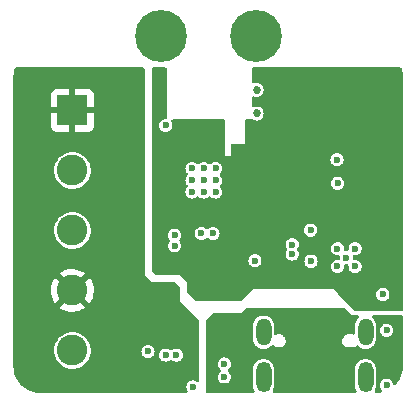
<source format=gbr>
%TF.GenerationSoftware,KiCad,Pcbnew,(6.0.0-0)*%
%TF.CreationDate,2022-12-06T19:34:54+01:00*%
%TF.ProjectId,esp32-led,65737033-322d-46c6-9564-2e6b69636164,rev?*%
%TF.SameCoordinates,Original*%
%TF.FileFunction,Copper,L3,Inr*%
%TF.FilePolarity,Positive*%
%FSLAX46Y46*%
G04 Gerber Fmt 4.6, Leading zero omitted, Abs format (unit mm)*
G04 Created by KiCad (PCBNEW (6.0.0-0)) date 2022-12-06 19:34:54*
%MOMM*%
%LPD*%
G01*
G04 APERTURE LIST*
%TA.AperFunction,ComponentPad*%
%ADD10R,2.600000X2.600000*%
%TD*%
%TA.AperFunction,ComponentPad*%
%ADD11C,2.600000*%
%TD*%
%TA.AperFunction,ComponentPad*%
%ADD12C,0.600000*%
%TD*%
%TA.AperFunction,ComponentPad*%
%ADD13C,4.400000*%
%TD*%
%TA.AperFunction,ComponentPad*%
%ADD14O,1.300000X2.300000*%
%TD*%
%TA.AperFunction,ComponentPad*%
%ADD15O,1.300000X2.600000*%
%TD*%
%TA.AperFunction,ViaPad*%
%ADD16C,0.600000*%
%TD*%
%TA.AperFunction,ViaPad*%
%ADD17C,0.685800*%
%TD*%
%TA.AperFunction,ViaPad*%
%ADD18C,0.889000*%
%TD*%
G04 APERTURE END LIST*
D10*
%TO.N,+5V*%
%TO.C,J2*%
X10795000Y25360000D03*
D11*
%TO.N,GPIO26*%
X10795000Y20280000D03*
%TO.N,GND*%
X10795000Y15200000D03*
%TO.N,+5V*%
X10795000Y10120000D03*
%TO.N,GND*%
X10795000Y5040000D03*
%TD*%
D12*
%TO.N,GND*%
%TO.C,U1*%
X34730000Y13650000D03*
X33980000Y12900000D03*
X33230000Y13650000D03*
X33230000Y12150000D03*
X34730000Y12150000D03*
%TD*%
D13*
%TO.N,GND*%
%TO.C,H1*%
X18300000Y31700000D03*
%TD*%
D14*
%TO.N,GND*%
%TO.C,J1*%
X35620000Y6575000D03*
D15*
X35620000Y2750000D03*
X26980000Y2750000D03*
D14*
X26980000Y6575000D03*
%TD*%
D12*
%TO.N,GND*%
%TO.C,IC1*%
X21925000Y18450000D03*
X20925000Y20450000D03*
X21925000Y19450000D03*
X22925000Y19450000D03*
X21925000Y20450000D03*
X22925000Y20450000D03*
X20925000Y19450000D03*
X20925000Y18450000D03*
X22925000Y18450000D03*
%TD*%
D13*
%TO.N,GND*%
%TO.C,H2*%
X26300000Y31700000D03*
%TD*%
D16*
%TO.N,GND*%
X37400000Y2100000D03*
X19450000Y14800000D03*
X23650000Y3900000D03*
X19450000Y13900000D03*
X37400000Y6750000D03*
X29400000Y13200000D03*
X23650000Y2800000D03*
D17*
X26390000Y27100000D03*
D16*
X29400000Y14000000D03*
X17200000Y4950000D03*
X26250000Y12650000D03*
D17*
X26390000Y25100000D03*
D16*
X37080000Y9800000D03*
%TO.N,EN*%
X18700000Y4650000D03*
X18700000Y24100000D03*
%TO.N,+3V3*%
X25550000Y20325000D03*
X26800000Y15400000D03*
X23050000Y24100000D03*
X37180000Y14950000D03*
X25700000Y15400000D03*
X22250000Y24100000D03*
X24400000Y15850000D03*
X37980000Y11680000D03*
X27900000Y15400000D03*
X17900000Y19000000D03*
X25550000Y21400000D03*
X33200000Y23200000D03*
X25560000Y19275000D03*
X35280000Y8900000D03*
%TO.N,SCL*%
X33250000Y19200000D03*
X21700000Y14950000D03*
%TO.N,SDA*%
X22700000Y14950000D03*
X33200000Y21200000D03*
D18*
%TO.N,+5V*%
X19225000Y7275000D03*
X19225000Y6200000D03*
%TO.N,/5V to 3.3V Power/VBUS*%
X24350000Y7250000D03*
X24350000Y6175000D03*
X33650000Y8000000D03*
X25800000Y8200000D03*
D16*
%TO.N,/USB to UART /RTS*%
X19600000Y4650000D03*
X30975000Y15225000D03*
%TO.N,/USB to UART /DTR*%
X31000000Y12600000D03*
X21000000Y1950000D03*
%TD*%
%TA.AperFunction,Conductor*%
%TO.N,/5V to 3.3V Power/VBUS*%
G36*
X33915931Y8579998D02*
G01*
X33936905Y8563095D01*
X34500000Y8000000D01*
X34966538Y8000000D01*
X35034659Y7979998D01*
X35081152Y7926342D01*
X35091256Y7856068D01*
X35061762Y7791488D01*
X35040603Y7772067D01*
X35011438Y7750877D01*
X34884214Y7609580D01*
X34789147Y7444920D01*
X34730392Y7264092D01*
X34729702Y7257531D01*
X34729702Y7257529D01*
X34726738Y7229328D01*
X34715500Y7122401D01*
X34715500Y6510882D01*
X34695498Y6442761D01*
X34641842Y6396268D01*
X34571568Y6386164D01*
X34554347Y6389885D01*
X34547693Y6391818D01*
X34506765Y6403709D01*
X34495993Y6404500D01*
X34136943Y6404500D01*
X34132697Y6403918D01*
X34132691Y6403918D01*
X34053946Y6393131D01*
X34024482Y6389095D01*
X34016598Y6385683D01*
X34016597Y6385683D01*
X33892936Y6332169D01*
X33885054Y6328758D01*
X33878381Y6323354D01*
X33773661Y6238555D01*
X33773659Y6238553D01*
X33766987Y6233150D01*
X33762013Y6226151D01*
X33762012Y6226150D01*
X33750373Y6209772D01*
X33678980Y6109313D01*
X33627518Y5966371D01*
X33616391Y5814855D01*
X33646420Y5665929D01*
X33650320Y5658275D01*
X33711492Y5538217D01*
X33711494Y5538214D01*
X33715392Y5530564D01*
X33721205Y5524243D01*
X33721206Y5524241D01*
X33778910Y5461489D01*
X33818226Y5418734D01*
X33825521Y5414211D01*
X33825522Y5414210D01*
X33940044Y5343203D01*
X33947344Y5338677D01*
X34093235Y5296291D01*
X34104007Y5295500D01*
X34463057Y5295500D01*
X34467303Y5296082D01*
X34467309Y5296082D01*
X34546054Y5306869D01*
X34575518Y5310905D01*
X34634158Y5336281D01*
X34707064Y5367831D01*
X34707065Y5367831D01*
X34714946Y5371242D01*
X34808011Y5446604D01*
X34873539Y5473929D01*
X34943437Y5461489D01*
X34980939Y5432995D01*
X35011438Y5399123D01*
X35042375Y5376646D01*
X35150440Y5298132D01*
X35165259Y5287365D01*
X35171287Y5284681D01*
X35171289Y5284680D01*
X35332924Y5212716D01*
X35338955Y5210031D01*
X35431944Y5190266D01*
X35518476Y5171872D01*
X35518480Y5171872D01*
X35524933Y5170500D01*
X35715067Y5170500D01*
X35721520Y5171872D01*
X35721524Y5171872D01*
X35808056Y5190266D01*
X35901045Y5210031D01*
X35907076Y5212716D01*
X36068711Y5284680D01*
X36068713Y5284681D01*
X36074741Y5287365D01*
X36089561Y5298132D01*
X36197625Y5376646D01*
X36228562Y5399123D01*
X36251909Y5425052D01*
X36351367Y5535512D01*
X36351368Y5535513D01*
X36355786Y5540420D01*
X36450853Y5705080D01*
X36509608Y5885908D01*
X36524500Y6027599D01*
X36524500Y6750000D01*
X36840715Y6750000D01*
X36859772Y6605246D01*
X36915645Y6470358D01*
X36920672Y6463807D01*
X36977106Y6390261D01*
X37004526Y6354526D01*
X37011076Y6349500D01*
X37011079Y6349497D01*
X37099999Y6281266D01*
X37120357Y6265645D01*
X37255246Y6209772D01*
X37400000Y6190715D01*
X37408188Y6191793D01*
X37536566Y6208694D01*
X37544754Y6209772D01*
X37679643Y6265645D01*
X37700001Y6281266D01*
X37788921Y6349497D01*
X37788924Y6349500D01*
X37795474Y6354526D01*
X37822895Y6390261D01*
X37879328Y6463807D01*
X37884355Y6470358D01*
X37940228Y6605246D01*
X37959285Y6750000D01*
X37940228Y6894754D01*
X37884355Y7029642D01*
X37813179Y7122401D01*
X37800501Y7138923D01*
X37800500Y7138924D01*
X37795474Y7145474D01*
X37788924Y7150500D01*
X37788921Y7150503D01*
X37686196Y7229327D01*
X37686194Y7229328D01*
X37679643Y7234355D01*
X37544754Y7290228D01*
X37400000Y7309285D01*
X37391812Y7308207D01*
X37263432Y7291306D01*
X37263430Y7291305D01*
X37255246Y7290228D01*
X37207430Y7270422D01*
X37127986Y7237515D01*
X37127984Y7237514D01*
X37120358Y7234355D01*
X37004526Y7145474D01*
X36915645Y7029642D01*
X36859772Y6894754D01*
X36840715Y6750000D01*
X36524500Y6750000D01*
X36524500Y7122401D01*
X36513262Y7229328D01*
X36510298Y7257529D01*
X36510298Y7257531D01*
X36509608Y7264092D01*
X36450853Y7444920D01*
X36355786Y7609580D01*
X36228562Y7750877D01*
X36199399Y7772065D01*
X36156047Y7828287D01*
X36149972Y7899023D01*
X36183104Y7961815D01*
X36244924Y7996726D01*
X36273462Y8000000D01*
X38670000Y8000000D01*
X38738121Y7979998D01*
X38784614Y7926342D01*
X38796000Y7874000D01*
X38796000Y3737425D01*
X38793579Y3712847D01*
X38791024Y3700000D01*
X38793445Y3687830D01*
X38793445Y3675417D01*
X38793120Y3675417D01*
X38793858Y3664580D01*
X38784644Y3512265D01*
X38780084Y3436882D01*
X38778250Y3421778D01*
X38732109Y3169995D01*
X38728468Y3155222D01*
X38652313Y2910831D01*
X38646919Y2896608D01*
X38541864Y2663186D01*
X38534793Y2649713D01*
X38402364Y2430649D01*
X38393721Y2418127D01*
X38235851Y2216621D01*
X38225761Y2205233D01*
X38158711Y2138183D01*
X38096399Y2104157D01*
X38025584Y2109222D01*
X37968748Y2151769D01*
X37944694Y2210831D01*
X37943932Y2216621D01*
X37940228Y2244754D01*
X37884355Y2379642D01*
X37795474Y2495474D01*
X37788924Y2500500D01*
X37788921Y2500503D01*
X37686196Y2579327D01*
X37686194Y2579328D01*
X37679643Y2584355D01*
X37544754Y2640228D01*
X37400000Y2659285D01*
X37391812Y2658207D01*
X37263432Y2641306D01*
X37263430Y2641305D01*
X37255246Y2640228D01*
X37207430Y2620422D01*
X37127986Y2587515D01*
X37127984Y2587514D01*
X37120358Y2584355D01*
X37004526Y2495474D01*
X36915645Y2379642D01*
X36859772Y2244754D01*
X36840715Y2100000D01*
X36859772Y1955246D01*
X36915645Y1820358D01*
X36920672Y1813807D01*
X36984918Y1730080D01*
X37004526Y1704526D01*
X37006700Y1702858D01*
X37039501Y1642792D01*
X37034440Y1571977D01*
X36991895Y1515139D01*
X36939094Y1492068D01*
X36828222Y1471750D01*
X36813118Y1469916D01*
X36737735Y1465356D01*
X36585420Y1456142D01*
X36574583Y1456880D01*
X36574583Y1456555D01*
X36562170Y1456555D01*
X36550000Y1458976D01*
X36537153Y1456421D01*
X36512575Y1454000D01*
X36509696Y1454000D01*
X36441575Y1474002D01*
X36395082Y1527658D01*
X36384978Y1597932D01*
X36400577Y1643000D01*
X36447549Y1724357D01*
X36447550Y1724358D01*
X36450853Y1730080D01*
X36509608Y1910908D01*
X36524500Y2052599D01*
X36524500Y3447401D01*
X36509608Y3589092D01*
X36450853Y3769920D01*
X36355786Y3934580D01*
X36228562Y4075877D01*
X36130038Y4147459D01*
X36080083Y4183754D01*
X36080082Y4183755D01*
X36074741Y4187635D01*
X36068713Y4190319D01*
X36068711Y4190320D01*
X35907076Y4262284D01*
X35907075Y4262284D01*
X35901045Y4264969D01*
X35788351Y4288923D01*
X35721524Y4303128D01*
X35721520Y4303128D01*
X35715067Y4304500D01*
X35524933Y4304500D01*
X35518480Y4303128D01*
X35518476Y4303128D01*
X35451649Y4288923D01*
X35338955Y4264969D01*
X35332925Y4262284D01*
X35332924Y4262284D01*
X35171289Y4190320D01*
X35171287Y4190319D01*
X35165259Y4187635D01*
X35159918Y4183755D01*
X35159917Y4183754D01*
X35109962Y4147459D01*
X35011438Y4075877D01*
X34884214Y3934580D01*
X34789147Y3769920D01*
X34730392Y3589092D01*
X34715500Y3447401D01*
X34715500Y2052599D01*
X34730392Y1910908D01*
X34789147Y1730080D01*
X34792450Y1724358D01*
X34792451Y1724357D01*
X34839423Y1643000D01*
X34856161Y1574005D01*
X34832941Y1506913D01*
X34777134Y1463026D01*
X34730304Y1454000D01*
X27869696Y1454000D01*
X27801575Y1474002D01*
X27755082Y1527658D01*
X27744978Y1597932D01*
X27760577Y1643000D01*
X27807549Y1724357D01*
X27807550Y1724358D01*
X27810853Y1730080D01*
X27869608Y1910908D01*
X27884500Y2052599D01*
X27884500Y3447401D01*
X27869608Y3589092D01*
X27810853Y3769920D01*
X27715786Y3934580D01*
X27588562Y4075877D01*
X27490038Y4147459D01*
X27440083Y4183754D01*
X27440082Y4183755D01*
X27434741Y4187635D01*
X27428713Y4190319D01*
X27428711Y4190320D01*
X27267076Y4262284D01*
X27267075Y4262284D01*
X27261045Y4264969D01*
X27148351Y4288923D01*
X27081524Y4303128D01*
X27081520Y4303128D01*
X27075067Y4304500D01*
X26884933Y4304500D01*
X26878480Y4303128D01*
X26878476Y4303128D01*
X26811649Y4288923D01*
X26698955Y4264969D01*
X26692925Y4262284D01*
X26692924Y4262284D01*
X26531289Y4190320D01*
X26531287Y4190319D01*
X26525259Y4187635D01*
X26519918Y4183755D01*
X26519917Y4183754D01*
X26469962Y4147459D01*
X26371438Y4075877D01*
X26244214Y3934580D01*
X26149147Y3769920D01*
X26090392Y3589092D01*
X26075500Y3447401D01*
X26075500Y2052599D01*
X26090392Y1910908D01*
X26149147Y1730080D01*
X26152450Y1724358D01*
X26152451Y1724357D01*
X26199423Y1643000D01*
X26216161Y1574005D01*
X26192941Y1506913D01*
X26137134Y1463026D01*
X26090304Y1454000D01*
X22226000Y1454000D01*
X22157879Y1474002D01*
X22111386Y1527658D01*
X22100000Y1580000D01*
X22100000Y2800000D01*
X23090715Y2800000D01*
X23109772Y2655246D01*
X23112931Y2647620D01*
X23141219Y2579328D01*
X23165645Y2520358D01*
X23170672Y2513807D01*
X23244090Y2418127D01*
X23254526Y2404526D01*
X23261076Y2399500D01*
X23261079Y2399497D01*
X23363804Y2320673D01*
X23370357Y2315645D01*
X23505246Y2259772D01*
X23650000Y2240715D01*
X23658188Y2241793D01*
X23680680Y2244754D01*
X23794754Y2259772D01*
X23929643Y2315645D01*
X23936196Y2320673D01*
X24038921Y2399497D01*
X24038924Y2399500D01*
X24045474Y2404526D01*
X24055911Y2418127D01*
X24129328Y2513807D01*
X24134355Y2520358D01*
X24158782Y2579328D01*
X24187069Y2647620D01*
X24190228Y2655246D01*
X24209285Y2800000D01*
X24190228Y2944754D01*
X24134355Y3079642D01*
X24089914Y3137558D01*
X24050501Y3188923D01*
X24050500Y3188924D01*
X24045474Y3195474D01*
X23974364Y3250039D01*
X23932498Y3307376D01*
X23928276Y3378247D01*
X23963040Y3440149D01*
X23974365Y3449962D01*
X24038921Y3499498D01*
X24045474Y3504526D01*
X24134355Y3620358D01*
X24157162Y3675417D01*
X24187069Y3747620D01*
X24190228Y3755246D01*
X24191333Y3763635D01*
X24208207Y3891812D01*
X24209285Y3900000D01*
X24190228Y4044754D01*
X24134355Y4179642D01*
X24045474Y4295474D01*
X24038924Y4300500D01*
X24038921Y4300503D01*
X23936196Y4379327D01*
X23936194Y4379328D01*
X23929643Y4384355D01*
X23794754Y4440228D01*
X23650000Y4459285D01*
X23641812Y4458207D01*
X23513432Y4441306D01*
X23513430Y4441305D01*
X23505246Y4440228D01*
X23457430Y4420422D01*
X23377986Y4387515D01*
X23377984Y4387514D01*
X23370358Y4384355D01*
X23254526Y4295474D01*
X23165645Y4179642D01*
X23109772Y4044754D01*
X23090715Y3900000D01*
X23091793Y3891812D01*
X23108668Y3763635D01*
X23109772Y3755246D01*
X23112931Y3747620D01*
X23142839Y3675417D01*
X23165645Y3620358D01*
X23254526Y3504526D01*
X23324711Y3450671D01*
X23325635Y3449962D01*
X23367502Y3392624D01*
X23371723Y3321753D01*
X23336958Y3259850D01*
X23325635Y3250038D01*
X23254526Y3195474D01*
X23165645Y3079642D01*
X23109772Y2944754D01*
X23090715Y2800000D01*
X22100000Y2800000D01*
X22100000Y6027599D01*
X26075500Y6027599D01*
X26090392Y5885908D01*
X26149147Y5705080D01*
X26244214Y5540420D01*
X26248632Y5535513D01*
X26248633Y5535512D01*
X26348091Y5425052D01*
X26371438Y5399123D01*
X26402375Y5376646D01*
X26510440Y5298132D01*
X26525259Y5287365D01*
X26531287Y5284681D01*
X26531289Y5284680D01*
X26692924Y5212716D01*
X26698955Y5210031D01*
X26791944Y5190266D01*
X26878476Y5171872D01*
X26878480Y5171872D01*
X26884933Y5170500D01*
X27075067Y5170500D01*
X27081520Y5171872D01*
X27081524Y5171872D01*
X27168056Y5190266D01*
X27261045Y5210031D01*
X27267076Y5212716D01*
X27428711Y5284680D01*
X27428713Y5284681D01*
X27434741Y5287365D01*
X27449561Y5298132D01*
X27557625Y5376646D01*
X27588562Y5399123D01*
X27619060Y5432994D01*
X27680294Y5501002D01*
X27740740Y5538242D01*
X27811723Y5536890D01*
X27866677Y5501980D01*
X27943226Y5418734D01*
X27950521Y5414211D01*
X27950522Y5414210D01*
X28065044Y5343203D01*
X28072344Y5338677D01*
X28218235Y5296291D01*
X28229007Y5295500D01*
X28338057Y5295500D01*
X28342303Y5296082D01*
X28342309Y5296082D01*
X28421054Y5306869D01*
X28450518Y5310905D01*
X28509158Y5336281D01*
X28582064Y5367831D01*
X28582065Y5367831D01*
X28589946Y5371242D01*
X28637909Y5410081D01*
X28701339Y5461445D01*
X28701341Y5461447D01*
X28708013Y5466850D01*
X28764361Y5546138D01*
X28791044Y5583685D01*
X28791044Y5583686D01*
X28796020Y5590687D01*
X28847482Y5733629D01*
X28858609Y5885145D01*
X28828580Y6034071D01*
X28794361Y6101230D01*
X28763508Y6161783D01*
X28763506Y6161786D01*
X28759608Y6169436D01*
X28739050Y6191793D01*
X28662584Y6274948D01*
X28662583Y6274949D01*
X28656774Y6281266D01*
X28588894Y6323354D01*
X28534956Y6356797D01*
X28534955Y6356798D01*
X28527656Y6361323D01*
X28381765Y6403709D01*
X28370993Y6404500D01*
X28261943Y6404500D01*
X28257697Y6403918D01*
X28257691Y6403918D01*
X28178946Y6393131D01*
X28149482Y6389095D01*
X28060540Y6350606D01*
X27990080Y6341909D01*
X27926101Y6372686D01*
X27888919Y6433168D01*
X27884500Y6466243D01*
X27884500Y7122401D01*
X27873262Y7229328D01*
X27870298Y7257529D01*
X27870298Y7257531D01*
X27869608Y7264092D01*
X27810853Y7444920D01*
X27715786Y7609580D01*
X27588562Y7750877D01*
X27434741Y7862635D01*
X27428713Y7865319D01*
X27428711Y7865320D01*
X27267076Y7937284D01*
X27267075Y7937284D01*
X27261045Y7939969D01*
X27158268Y7961815D01*
X27081524Y7978128D01*
X27081520Y7978128D01*
X27075067Y7979500D01*
X26884933Y7979500D01*
X26878480Y7978128D01*
X26878476Y7978128D01*
X26801732Y7961815D01*
X26698955Y7939969D01*
X26692925Y7937284D01*
X26692924Y7937284D01*
X26531289Y7865320D01*
X26531287Y7865319D01*
X26525259Y7862635D01*
X26371438Y7750877D01*
X26244214Y7609580D01*
X26149147Y7444920D01*
X26090392Y7264092D01*
X26089702Y7257531D01*
X26089702Y7257529D01*
X26086738Y7229328D01*
X26075500Y7122401D01*
X26075500Y6027599D01*
X22100000Y6027599D01*
X22100000Y7547810D01*
X22120002Y7615931D01*
X22136905Y7636905D01*
X22663095Y8163095D01*
X22725407Y8197121D01*
X22752190Y8200000D01*
X25100000Y8200000D01*
X25463095Y8563095D01*
X25525407Y8597121D01*
X25552190Y8600000D01*
X33847810Y8600000D01*
X33915931Y8579998D01*
G37*
%TD.AperFunction*%
%TD*%
%TA.AperFunction,Conductor*%
%TO.N,+3V3*%
G36*
X18732121Y28979998D02*
G01*
X18778614Y28926342D01*
X18790000Y28874000D01*
X18790000Y24781633D01*
X18769998Y24713512D01*
X18716342Y24667019D01*
X18680446Y24656711D01*
X18563432Y24641306D01*
X18563430Y24641305D01*
X18555246Y24640228D01*
X18547619Y24637069D01*
X18547620Y24637069D01*
X18427986Y24587515D01*
X18427984Y24587514D01*
X18420358Y24584355D01*
X18304526Y24495474D01*
X18215645Y24379642D01*
X18159772Y24244754D01*
X18140715Y24100000D01*
X18159772Y23955246D01*
X18215645Y23820358D01*
X18304526Y23704526D01*
X18311076Y23699500D01*
X18311079Y23699497D01*
X18413804Y23620673D01*
X18420357Y23615645D01*
X18555246Y23559772D01*
X18700000Y23540715D01*
X18708188Y23541793D01*
X18836566Y23558694D01*
X18844754Y23559772D01*
X18979643Y23615645D01*
X18986196Y23620673D01*
X19088921Y23699497D01*
X19088924Y23699500D01*
X19095474Y23704526D01*
X19184355Y23820358D01*
X19240228Y23955246D01*
X19259285Y24100000D01*
X19240228Y24244754D01*
X19184355Y24379642D01*
X19170808Y24397297D01*
X19145209Y24463518D01*
X19159475Y24533067D01*
X19209076Y24583862D01*
X19270772Y24600000D01*
X23599221Y24600000D01*
X23667342Y24579998D01*
X23713835Y24526342D01*
X23723939Y24456068D01*
X23722844Y24450000D01*
X23720000Y24450000D01*
X23720000Y21490000D01*
X24220000Y21490000D01*
X24220000Y22424000D01*
X24240002Y22492121D01*
X24293658Y22538614D01*
X24346000Y22550000D01*
X25370000Y22550000D01*
X25370000Y24450000D01*
X25368057Y24450000D01*
X25368057Y24509498D01*
X25406441Y24569225D01*
X25471022Y24598718D01*
X25488953Y24600000D01*
X25990000Y24600000D01*
X25990000Y24600737D01*
X26045389Y24600737D01*
X26074282Y24586055D01*
X26075017Y24587329D01*
X26082170Y24583199D01*
X26088722Y24578172D01*
X26234047Y24517977D01*
X26390000Y24497445D01*
X26545953Y24517977D01*
X26691278Y24578172D01*
X26816071Y24673929D01*
X26911828Y24798723D01*
X26972023Y24944047D01*
X26992555Y25100000D01*
X26972023Y25255953D01*
X26911828Y25401277D01*
X26816071Y25526071D01*
X26691278Y25621828D01*
X26545953Y25682023D01*
X26390000Y25702555D01*
X26234047Y25682023D01*
X26226415Y25678862D01*
X26226416Y25678862D01*
X26164218Y25653099D01*
X26093628Y25645510D01*
X26030141Y25677289D01*
X25993914Y25738348D01*
X25990000Y25769508D01*
X25990000Y26430492D01*
X26010002Y26498613D01*
X26063658Y26545106D01*
X26133932Y26555210D01*
X26164217Y26546901D01*
X26234047Y26517977D01*
X26390000Y26497445D01*
X26545953Y26517977D01*
X26691278Y26578172D01*
X26816071Y26673929D01*
X26911828Y26798723D01*
X26972023Y26944047D01*
X26992555Y27100000D01*
X26972023Y27255953D01*
X26911828Y27401277D01*
X26816071Y27526071D01*
X26691278Y27621828D01*
X26545953Y27682023D01*
X26390000Y27702555D01*
X26234047Y27682023D01*
X26226415Y27678862D01*
X26226416Y27678862D01*
X26164218Y27653099D01*
X26093628Y27645510D01*
X26030141Y27677289D01*
X25993914Y27738348D01*
X25990000Y27769508D01*
X25990000Y28874000D01*
X26010002Y28942121D01*
X26063658Y28988614D01*
X26116000Y29000000D01*
X38563233Y29000000D01*
X38631354Y28979998D01*
X38677847Y28926342D01*
X38683518Y28911516D01*
X38728356Y28767751D01*
X38732002Y28752975D01*
X38778220Y28500982D01*
X38780057Y28485866D01*
X38793855Y28257945D01*
X38793118Y28247113D01*
X38793445Y28247113D01*
X38793445Y28234705D01*
X38791024Y28222533D01*
X38793445Y28210363D01*
X38793579Y28209689D01*
X38796000Y28185108D01*
X38796000Y8526000D01*
X38775998Y8457879D01*
X38722342Y8411386D01*
X38670000Y8400000D01*
X34752190Y8400000D01*
X34684069Y8420002D01*
X34663095Y8436905D01*
X33300000Y9800000D01*
X36520715Y9800000D01*
X36539772Y9655246D01*
X36595645Y9520358D01*
X36684526Y9404526D01*
X36691076Y9399500D01*
X36691079Y9399497D01*
X36793804Y9320673D01*
X36800357Y9315645D01*
X36935246Y9259772D01*
X37080000Y9240715D01*
X37088188Y9241793D01*
X37216566Y9258694D01*
X37224754Y9259772D01*
X37359643Y9315645D01*
X37366196Y9320673D01*
X37468921Y9399497D01*
X37468924Y9399500D01*
X37475474Y9404526D01*
X37564355Y9520358D01*
X37620228Y9655246D01*
X37639285Y9800000D01*
X37620228Y9944754D01*
X37564355Y10079642D01*
X37475474Y10195474D01*
X37468924Y10200500D01*
X37468921Y10200503D01*
X37366196Y10279327D01*
X37366194Y10279328D01*
X37359643Y10284355D01*
X37224754Y10340228D01*
X37080000Y10359285D01*
X37071812Y10358207D01*
X36943432Y10341306D01*
X36943430Y10341305D01*
X36935246Y10340228D01*
X36887430Y10320422D01*
X36807986Y10287515D01*
X36807984Y10287514D01*
X36800358Y10284355D01*
X36684526Y10195474D01*
X36595645Y10079642D01*
X36539772Y9944754D01*
X36520715Y9800000D01*
X33300000Y9800000D01*
X32900000Y10200000D01*
X26100000Y10200000D01*
X25136905Y9236905D01*
X25074593Y9202879D01*
X25047810Y9200000D01*
X21352190Y9200000D01*
X21284069Y9220002D01*
X21263095Y9236905D01*
X20536905Y9963095D01*
X20502879Y10025407D01*
X20500000Y10052190D01*
X20500000Y10800000D01*
X19900000Y11400000D01*
X17952190Y11400000D01*
X17884069Y11420002D01*
X17863095Y11436905D01*
X17536905Y11763095D01*
X17502879Y11825407D01*
X17500000Y11852190D01*
X17500000Y12650000D01*
X25690715Y12650000D01*
X25691937Y12640715D01*
X25705338Y12538928D01*
X25709772Y12505246D01*
X25712931Y12497620D01*
X25741089Y12429642D01*
X25765645Y12370358D01*
X25854526Y12254526D01*
X25861076Y12249500D01*
X25861079Y12249497D01*
X25963804Y12170673D01*
X25970357Y12165645D01*
X26105246Y12109772D01*
X26250000Y12090715D01*
X26258188Y12091793D01*
X26386566Y12108694D01*
X26394754Y12109772D01*
X26529643Y12165645D01*
X26536196Y12170673D01*
X26638921Y12249497D01*
X26638924Y12249500D01*
X26645474Y12254526D01*
X26734355Y12370358D01*
X26758912Y12429642D01*
X26787069Y12497620D01*
X26790228Y12505246D01*
X26794663Y12538928D01*
X26802703Y12600000D01*
X30440715Y12600000D01*
X30459772Y12455246D01*
X30462931Y12447620D01*
X30511620Y12330076D01*
X30515645Y12320358D01*
X30520672Y12313807D01*
X30591290Y12221776D01*
X30604526Y12204526D01*
X30611076Y12199500D01*
X30611079Y12199497D01*
X30713804Y12120673D01*
X30720357Y12115645D01*
X30855246Y12059772D01*
X31000000Y12040715D01*
X31008188Y12041793D01*
X31136566Y12058694D01*
X31144754Y12059772D01*
X31279643Y12115645D01*
X31286196Y12120673D01*
X31324416Y12150000D01*
X32670715Y12150000D01*
X32671793Y12141812D01*
X32684961Y12041793D01*
X32689772Y12005246D01*
X32745645Y11870358D01*
X32834526Y11754526D01*
X32841076Y11749500D01*
X32841079Y11749497D01*
X32943804Y11670673D01*
X32950357Y11665645D01*
X33085246Y11609772D01*
X33230000Y11590715D01*
X33238188Y11591793D01*
X33366566Y11608694D01*
X33374754Y11609772D01*
X33509643Y11665645D01*
X33516196Y11670673D01*
X33618921Y11749497D01*
X33618924Y11749500D01*
X33625474Y11754526D01*
X33714355Y11870358D01*
X33770228Y12005246D01*
X33775040Y12041793D01*
X33788207Y12141812D01*
X33789285Y12150000D01*
X33781803Y12206830D01*
X33792742Y12276977D01*
X33839870Y12330076D01*
X33908224Y12349266D01*
X33923163Y12348198D01*
X33980000Y12340715D01*
X34036830Y12348197D01*
X34106977Y12337258D01*
X34160076Y12290130D01*
X34179266Y12221776D01*
X34178198Y12206837D01*
X34170715Y12150000D01*
X34171793Y12141812D01*
X34184961Y12041793D01*
X34189772Y12005246D01*
X34245645Y11870358D01*
X34334526Y11754526D01*
X34341076Y11749500D01*
X34341079Y11749497D01*
X34443804Y11670673D01*
X34450357Y11665645D01*
X34585246Y11609772D01*
X34730000Y11590715D01*
X34738188Y11591793D01*
X34866566Y11608694D01*
X34874754Y11609772D01*
X35009643Y11665645D01*
X35016196Y11670673D01*
X35118921Y11749497D01*
X35118924Y11749500D01*
X35125474Y11754526D01*
X35214355Y11870358D01*
X35270228Y12005246D01*
X35275040Y12041793D01*
X35288207Y12141812D01*
X35289285Y12150000D01*
X35274662Y12261077D01*
X35271306Y12286568D01*
X35271305Y12286570D01*
X35270228Y12294754D01*
X35241625Y12363807D01*
X35217515Y12422014D01*
X35217514Y12422016D01*
X35214355Y12429642D01*
X35125474Y12545474D01*
X35118924Y12550500D01*
X35118921Y12550503D01*
X35016196Y12629327D01*
X35016194Y12629328D01*
X35009643Y12634355D01*
X34874754Y12690228D01*
X34730000Y12709285D01*
X34673170Y12701803D01*
X34603023Y12712742D01*
X34549924Y12759870D01*
X34530734Y12828224D01*
X34531802Y12843163D01*
X34539285Y12900000D01*
X34531803Y12956830D01*
X34542742Y13026977D01*
X34589870Y13080076D01*
X34658224Y13099266D01*
X34673163Y13098198D01*
X34730000Y13090715D01*
X34738188Y13091793D01*
X34866566Y13108694D01*
X34874754Y13109772D01*
X35009643Y13165645D01*
X35037562Y13187068D01*
X35118921Y13249497D01*
X35118924Y13249500D01*
X35125474Y13254526D01*
X35214355Y13370358D01*
X35235197Y13420673D01*
X35267069Y13497620D01*
X35270228Y13505246D01*
X35272569Y13523023D01*
X35288207Y13641812D01*
X35288207Y13641813D01*
X35289285Y13650000D01*
X35285769Y13676704D01*
X35271306Y13786568D01*
X35271305Y13786570D01*
X35270228Y13794754D01*
X35214355Y13929642D01*
X35125474Y14045474D01*
X35118924Y14050500D01*
X35118921Y14050503D01*
X35016196Y14129327D01*
X35016194Y14129328D01*
X35009643Y14134355D01*
X34874754Y14190228D01*
X34730000Y14209285D01*
X34721812Y14208207D01*
X34593432Y14191306D01*
X34593430Y14191305D01*
X34585246Y14190228D01*
X34541274Y14172014D01*
X34457986Y14137515D01*
X34457984Y14137514D01*
X34450358Y14134355D01*
X34334526Y14045474D01*
X34245645Y13929642D01*
X34189772Y13794754D01*
X34188695Y13786570D01*
X34188694Y13786568D01*
X34174231Y13676704D01*
X34170715Y13650000D01*
X34178197Y13593170D01*
X34167258Y13523023D01*
X34120130Y13469924D01*
X34051776Y13450734D01*
X34036837Y13451802D01*
X33980000Y13459285D01*
X33923170Y13451803D01*
X33853023Y13462742D01*
X33799924Y13509870D01*
X33780734Y13578224D01*
X33781802Y13593163D01*
X33789285Y13650000D01*
X33785769Y13676704D01*
X33771306Y13786568D01*
X33771305Y13786570D01*
X33770228Y13794754D01*
X33714355Y13929642D01*
X33625474Y14045474D01*
X33618924Y14050500D01*
X33618921Y14050503D01*
X33516196Y14129327D01*
X33516194Y14129328D01*
X33509643Y14134355D01*
X33374754Y14190228D01*
X33230000Y14209285D01*
X33221812Y14208207D01*
X33093432Y14191306D01*
X33093430Y14191305D01*
X33085246Y14190228D01*
X33041274Y14172014D01*
X32957986Y14137515D01*
X32957984Y14137514D01*
X32950358Y14134355D01*
X32834526Y14045474D01*
X32745645Y13929642D01*
X32689772Y13794754D01*
X32688695Y13786570D01*
X32688694Y13786568D01*
X32674231Y13676704D01*
X32670715Y13650000D01*
X32671793Y13641813D01*
X32671793Y13641812D01*
X32687432Y13523023D01*
X32689772Y13505246D01*
X32692931Y13497620D01*
X32724804Y13420673D01*
X32745645Y13370358D01*
X32834526Y13254526D01*
X32841076Y13249500D01*
X32841079Y13249497D01*
X32922438Y13187068D01*
X32950357Y13165645D01*
X33085246Y13109772D01*
X33230000Y13090715D01*
X33286830Y13098197D01*
X33356977Y13087258D01*
X33410076Y13040130D01*
X33429266Y12971776D01*
X33428198Y12956837D01*
X33420715Y12900000D01*
X33428197Y12843170D01*
X33417258Y12773023D01*
X33370130Y12719924D01*
X33301776Y12700734D01*
X33286837Y12701802D01*
X33230000Y12709285D01*
X33221812Y12708207D01*
X33093432Y12691306D01*
X33093430Y12691305D01*
X33085246Y12690228D01*
X33037430Y12670422D01*
X32957986Y12637515D01*
X32957984Y12637514D01*
X32950358Y12634355D01*
X32834526Y12545474D01*
X32745645Y12429642D01*
X32742486Y12422016D01*
X32742485Y12422014D01*
X32718375Y12363807D01*
X32689772Y12294754D01*
X32688695Y12286570D01*
X32688694Y12286568D01*
X32685338Y12261077D01*
X32670715Y12150000D01*
X31324416Y12150000D01*
X31388921Y12199497D01*
X31388924Y12199500D01*
X31395474Y12204526D01*
X31408711Y12221776D01*
X31479328Y12313807D01*
X31484355Y12320358D01*
X31488381Y12330076D01*
X31537069Y12447620D01*
X31540228Y12455246D01*
X31559285Y12600000D01*
X31553459Y12644253D01*
X31541306Y12736568D01*
X31541305Y12736570D01*
X31540228Y12744754D01*
X31519517Y12794754D01*
X31487515Y12872014D01*
X31487514Y12872016D01*
X31484355Y12879642D01*
X31395474Y12995474D01*
X31388924Y13000500D01*
X31388921Y13000503D01*
X31286196Y13079327D01*
X31286194Y13079328D01*
X31279643Y13084355D01*
X31144754Y13140228D01*
X31000000Y13159285D01*
X30991812Y13158207D01*
X30863432Y13141306D01*
X30863430Y13141305D01*
X30855246Y13140228D01*
X30828929Y13129327D01*
X30727986Y13087515D01*
X30727984Y13087514D01*
X30720358Y13084355D01*
X30604526Y12995474D01*
X30515645Y12879642D01*
X30512486Y12872016D01*
X30512485Y12872014D01*
X30480483Y12794754D01*
X30459772Y12744754D01*
X30458695Y12736570D01*
X30458694Y12736568D01*
X30446541Y12644253D01*
X30440715Y12600000D01*
X26802703Y12600000D01*
X26808063Y12640715D01*
X26809285Y12650000D01*
X26800643Y12715645D01*
X26791306Y12786568D01*
X26791305Y12786570D01*
X26790228Y12794754D01*
X26755066Y12879642D01*
X26737515Y12922014D01*
X26737514Y12922016D01*
X26734355Y12929642D01*
X26679986Y13000497D01*
X26650501Y13038923D01*
X26650500Y13038924D01*
X26645474Y13045474D01*
X26638924Y13050500D01*
X26638921Y13050503D01*
X26536196Y13129327D01*
X26536194Y13129328D01*
X26529643Y13134355D01*
X26394754Y13190228D01*
X26320527Y13200000D01*
X28840715Y13200000D01*
X28842417Y13187069D01*
X28856602Y13079327D01*
X28859772Y13055246D01*
X28862931Y13047620D01*
X28882448Y13000503D01*
X28915645Y12920358D01*
X29004526Y12804526D01*
X29011076Y12799500D01*
X29011079Y12799497D01*
X29113804Y12720673D01*
X29120357Y12715645D01*
X29255246Y12659772D01*
X29400000Y12640715D01*
X29408188Y12641793D01*
X29408333Y12641812D01*
X29544754Y12659772D01*
X29679643Y12715645D01*
X29686196Y12720673D01*
X29788921Y12799497D01*
X29788924Y12799500D01*
X29795474Y12804526D01*
X29884355Y12920358D01*
X29917553Y13000503D01*
X29937069Y13047620D01*
X29940228Y13055246D01*
X29943399Y13079327D01*
X29957583Y13187069D01*
X29959285Y13200000D01*
X29940228Y13344754D01*
X29896329Y13450734D01*
X29887515Y13472014D01*
X29887514Y13472016D01*
X29884355Y13479642D01*
X29879327Y13486195D01*
X29879325Y13486198D01*
X29850859Y13523296D01*
X29825258Y13589516D01*
X29839523Y13659065D01*
X29850859Y13676704D01*
X29879325Y13713802D01*
X29879327Y13713805D01*
X29884355Y13720358D01*
X29895648Y13747620D01*
X29937069Y13847620D01*
X29940228Y13855246D01*
X29959285Y14000000D01*
X29940228Y14144754D01*
X29884355Y14279642D01*
X29795474Y14395474D01*
X29788924Y14400500D01*
X29788921Y14400503D01*
X29686196Y14479327D01*
X29686194Y14479328D01*
X29679643Y14484355D01*
X29544754Y14540228D01*
X29400000Y14559285D01*
X29391812Y14558207D01*
X29263432Y14541306D01*
X29263430Y14541305D01*
X29255246Y14540228D01*
X29207430Y14520422D01*
X29127986Y14487515D01*
X29127984Y14487514D01*
X29120358Y14484355D01*
X29045226Y14426704D01*
X29023160Y14409772D01*
X29004526Y14395474D01*
X28915645Y14279642D01*
X28859772Y14144754D01*
X28840715Y14000000D01*
X28859772Y13855246D01*
X28862931Y13847620D01*
X28904353Y13747620D01*
X28915645Y13720358D01*
X28920673Y13713805D01*
X28920675Y13713802D01*
X28949141Y13676704D01*
X28974742Y13610484D01*
X28960477Y13540935D01*
X28949141Y13523296D01*
X28920675Y13486198D01*
X28920673Y13486195D01*
X28915645Y13479642D01*
X28912486Y13472016D01*
X28912485Y13472014D01*
X28903671Y13450734D01*
X28859772Y13344754D01*
X28840715Y13200000D01*
X26320527Y13200000D01*
X26250000Y13209285D01*
X26226255Y13206159D01*
X26113432Y13191306D01*
X26113430Y13191305D01*
X26105246Y13190228D01*
X26058037Y13170673D01*
X25977986Y13137515D01*
X25977984Y13137514D01*
X25970358Y13134355D01*
X25854526Y13045474D01*
X25765645Y12929642D01*
X25762486Y12922016D01*
X25762485Y12922014D01*
X25744934Y12879642D01*
X25709772Y12794754D01*
X25708695Y12786570D01*
X25708694Y12786568D01*
X25699357Y12715645D01*
X25690715Y12650000D01*
X17500000Y12650000D01*
X17500000Y13900000D01*
X18890715Y13900000D01*
X18909772Y13755246D01*
X18965645Y13620358D01*
X19054526Y13504526D01*
X19061076Y13499500D01*
X19061079Y13499497D01*
X19138320Y13440228D01*
X19170357Y13415645D01*
X19305246Y13359772D01*
X19450000Y13340715D01*
X19458188Y13341793D01*
X19480680Y13344754D01*
X19594754Y13359772D01*
X19729643Y13415645D01*
X19761680Y13440228D01*
X19838921Y13499497D01*
X19838924Y13499500D01*
X19845474Y13504526D01*
X19934355Y13620358D01*
X19990228Y13755246D01*
X20009285Y13900000D01*
X19990228Y14044754D01*
X19970422Y14092570D01*
X19937515Y14172014D01*
X19937514Y14172016D01*
X19934355Y14179642D01*
X19894754Y14231251D01*
X19862492Y14273296D01*
X19836892Y14339517D01*
X19851157Y14409065D01*
X19862492Y14426704D01*
X19929328Y14513807D01*
X19934355Y14520358D01*
X19951409Y14561528D01*
X19987069Y14647620D01*
X19990228Y14655246D01*
X19991607Y14665715D01*
X20008207Y14791812D01*
X20009285Y14800000D01*
X19990228Y14944754D01*
X19988055Y14950000D01*
X21140715Y14950000D01*
X21141793Y14941812D01*
X21157238Y14824497D01*
X21159772Y14805246D01*
X21162931Y14797620D01*
X21208366Y14687932D01*
X21215645Y14670358D01*
X21260085Y14612442D01*
X21295017Y14566919D01*
X21304526Y14554526D01*
X21311076Y14549500D01*
X21311079Y14549497D01*
X21402525Y14479328D01*
X21420357Y14465645D01*
X21555246Y14409772D01*
X21700000Y14390715D01*
X21708188Y14391793D01*
X21736149Y14395474D01*
X21844754Y14409772D01*
X21979643Y14465645D01*
X21997475Y14479328D01*
X22088921Y14549497D01*
X22088924Y14549500D01*
X22095474Y14554526D01*
X22100501Y14561077D01*
X22106343Y14566919D01*
X22107408Y14565854D01*
X22157372Y14602339D01*
X22228243Y14606563D01*
X22290147Y14571801D01*
X22299049Y14561528D01*
X22299497Y14561080D01*
X22304526Y14554526D01*
X22311076Y14549500D01*
X22311079Y14549497D01*
X22402525Y14479328D01*
X22420357Y14465645D01*
X22555246Y14409772D01*
X22700000Y14390715D01*
X22708188Y14391793D01*
X22736149Y14395474D01*
X22844754Y14409772D01*
X22979643Y14465645D01*
X22997475Y14479328D01*
X23088921Y14549497D01*
X23088924Y14549500D01*
X23095474Y14554526D01*
X23104984Y14566919D01*
X23139914Y14612442D01*
X23184355Y14670358D01*
X23191635Y14687932D01*
X23237069Y14797620D01*
X23240228Y14805246D01*
X23242763Y14824497D01*
X23258207Y14941812D01*
X23259285Y14950000D01*
X23240228Y15094754D01*
X23201222Y15188923D01*
X23187515Y15222014D01*
X23187514Y15222016D01*
X23186278Y15225000D01*
X30415715Y15225000D01*
X30434772Y15080246D01*
X30437931Y15072620D01*
X30485331Y14958188D01*
X30490645Y14945358D01*
X30579526Y14829526D01*
X30586076Y14824500D01*
X30586079Y14824497D01*
X30621106Y14797620D01*
X30695357Y14740645D01*
X30830246Y14684772D01*
X30975000Y14665715D01*
X30983188Y14666793D01*
X31010268Y14670358D01*
X31119754Y14684772D01*
X31254643Y14740645D01*
X31328894Y14797620D01*
X31363921Y14824497D01*
X31363924Y14824500D01*
X31370474Y14829526D01*
X31459355Y14945358D01*
X31464670Y14958188D01*
X31512069Y15072620D01*
X31515228Y15080246D01*
X31534285Y15225000D01*
X31519531Y15337069D01*
X31516306Y15361568D01*
X31516305Y15361570D01*
X31515228Y15369754D01*
X31487160Y15437515D01*
X31462515Y15497014D01*
X31462514Y15497016D01*
X31459355Y15504642D01*
X31370474Y15620474D01*
X31363924Y15625500D01*
X31363921Y15625503D01*
X31261196Y15704327D01*
X31261194Y15704328D01*
X31254643Y15709355D01*
X31119754Y15765228D01*
X30975000Y15784285D01*
X30966812Y15783207D01*
X30838432Y15766306D01*
X30838430Y15766305D01*
X30830246Y15765228D01*
X30782430Y15745422D01*
X30702986Y15712515D01*
X30702984Y15712514D01*
X30695358Y15709355D01*
X30579526Y15620474D01*
X30490645Y15504642D01*
X30487486Y15497016D01*
X30487485Y15497014D01*
X30462840Y15437515D01*
X30434772Y15369754D01*
X30433695Y15361570D01*
X30433694Y15361568D01*
X30430469Y15337069D01*
X30415715Y15225000D01*
X23186278Y15225000D01*
X23184355Y15229642D01*
X23101924Y15337068D01*
X23100501Y15338923D01*
X23100500Y15338924D01*
X23095474Y15345474D01*
X23088924Y15350500D01*
X23088921Y15350503D01*
X22986196Y15429327D01*
X22986194Y15429328D01*
X22979643Y15434355D01*
X22844754Y15490228D01*
X22700000Y15509285D01*
X22691812Y15508207D01*
X22563432Y15491306D01*
X22563430Y15491305D01*
X22555246Y15490228D01*
X22507430Y15470422D01*
X22427986Y15437515D01*
X22427984Y15437514D01*
X22420358Y15434355D01*
X22304526Y15345474D01*
X22299503Y15338928D01*
X22293658Y15333083D01*
X22292594Y15334147D01*
X22242628Y15297661D01*
X22171757Y15293437D01*
X22109853Y15328199D01*
X22100951Y15338472D01*
X22100503Y15338920D01*
X22095474Y15345474D01*
X22088924Y15350500D01*
X22088921Y15350503D01*
X21986196Y15429327D01*
X21986194Y15429328D01*
X21979643Y15434355D01*
X21844754Y15490228D01*
X21700000Y15509285D01*
X21691812Y15508207D01*
X21563432Y15491306D01*
X21563430Y15491305D01*
X21555246Y15490228D01*
X21507430Y15470422D01*
X21427986Y15437515D01*
X21427984Y15437514D01*
X21420358Y15434355D01*
X21304526Y15345474D01*
X21215645Y15229642D01*
X21212486Y15222016D01*
X21212485Y15222014D01*
X21198778Y15188923D01*
X21159772Y15094754D01*
X21140715Y14950000D01*
X19988055Y14950000D01*
X19934355Y15079642D01*
X19845474Y15195474D01*
X19838924Y15200500D01*
X19838921Y15200503D01*
X19736196Y15279327D01*
X19736194Y15279328D01*
X19729643Y15284355D01*
X19594754Y15340228D01*
X19450000Y15359285D01*
X19441812Y15358207D01*
X19313432Y15341306D01*
X19313430Y15341305D01*
X19305246Y15340228D01*
X19287997Y15333083D01*
X19177986Y15287515D01*
X19177984Y15287514D01*
X19170358Y15284355D01*
X19054526Y15195474D01*
X18965645Y15079642D01*
X18909772Y14944754D01*
X18890715Y14800000D01*
X18891793Y14791812D01*
X18908394Y14665715D01*
X18909772Y14655246D01*
X18912931Y14647620D01*
X18948592Y14561528D01*
X18965645Y14520358D01*
X18970672Y14513807D01*
X19037508Y14426704D01*
X19063108Y14360483D01*
X19048843Y14290935D01*
X19037508Y14273296D01*
X19005246Y14231251D01*
X18965645Y14179642D01*
X18962486Y14172016D01*
X18962485Y14172014D01*
X18929578Y14092570D01*
X18909772Y14044754D01*
X18890715Y13900000D01*
X17500000Y13900000D01*
X17500000Y18450000D01*
X20365715Y18450000D01*
X20384772Y18305246D01*
X20440645Y18170358D01*
X20445672Y18163807D01*
X20520017Y18066919D01*
X20529526Y18054526D01*
X20536076Y18049500D01*
X20536079Y18049497D01*
X20638804Y17970673D01*
X20645357Y17965645D01*
X20780246Y17909772D01*
X20925000Y17890715D01*
X20933188Y17891793D01*
X21061566Y17908694D01*
X21069754Y17909772D01*
X21204643Y17965645D01*
X21211196Y17970673D01*
X21313921Y18049497D01*
X21313924Y18049500D01*
X21320474Y18054526D01*
X21325501Y18061077D01*
X21331343Y18066919D01*
X21332408Y18065854D01*
X21382372Y18102339D01*
X21453243Y18106563D01*
X21515147Y18071801D01*
X21524049Y18061528D01*
X21524497Y18061080D01*
X21529526Y18054526D01*
X21536076Y18049500D01*
X21536079Y18049497D01*
X21638804Y17970673D01*
X21645357Y17965645D01*
X21780246Y17909772D01*
X21925000Y17890715D01*
X21933188Y17891793D01*
X22061566Y17908694D01*
X22069754Y17909772D01*
X22204643Y17965645D01*
X22211196Y17970673D01*
X22313921Y18049497D01*
X22313924Y18049500D01*
X22320474Y18054526D01*
X22325501Y18061077D01*
X22331343Y18066919D01*
X22332408Y18065854D01*
X22382372Y18102339D01*
X22453243Y18106563D01*
X22515147Y18071801D01*
X22524049Y18061528D01*
X22524497Y18061080D01*
X22529526Y18054526D01*
X22536076Y18049500D01*
X22536079Y18049497D01*
X22638804Y17970673D01*
X22645357Y17965645D01*
X22780246Y17909772D01*
X22925000Y17890715D01*
X22933188Y17891793D01*
X23061566Y17908694D01*
X23069754Y17909772D01*
X23204643Y17965645D01*
X23211196Y17970673D01*
X23313921Y18049497D01*
X23313924Y18049500D01*
X23320474Y18054526D01*
X23329984Y18066919D01*
X23404328Y18163807D01*
X23409355Y18170358D01*
X23465228Y18305246D01*
X23484285Y18450000D01*
X23465228Y18594754D01*
X23438296Y18659772D01*
X23412515Y18722014D01*
X23412514Y18722016D01*
X23409355Y18729642D01*
X23355753Y18799497D01*
X23325501Y18838923D01*
X23325500Y18838924D01*
X23320474Y18845474D01*
X23313921Y18850502D01*
X23308084Y18856339D01*
X23309148Y18857403D01*
X23272659Y18907375D01*
X23268437Y18978246D01*
X23303200Y19040149D01*
X23313473Y19049050D01*
X23313920Y19049497D01*
X23320474Y19054526D01*
X23329984Y19066919D01*
X23404328Y19163807D01*
X23409355Y19170358D01*
X23421633Y19200000D01*
X32690715Y19200000D01*
X32691793Y19191812D01*
X32707593Y19071801D01*
X32709772Y19055246D01*
X32765645Y18920358D01*
X32770672Y18913807D01*
X32823106Y18845474D01*
X32854526Y18804526D01*
X32861076Y18799500D01*
X32861079Y18799497D01*
X32963804Y18720673D01*
X32970357Y18715645D01*
X33105246Y18659772D01*
X33250000Y18640715D01*
X33258188Y18641793D01*
X33386566Y18658694D01*
X33394754Y18659772D01*
X33529643Y18715645D01*
X33536196Y18720673D01*
X33638921Y18799497D01*
X33638924Y18799500D01*
X33645474Y18804526D01*
X33676895Y18845474D01*
X33729328Y18913807D01*
X33734355Y18920358D01*
X33790228Y19055246D01*
X33792408Y19071801D01*
X33808207Y19191812D01*
X33809285Y19200000D01*
X33790228Y19344754D01*
X33734355Y19479642D01*
X33645474Y19595474D01*
X33638924Y19600500D01*
X33638921Y19600503D01*
X33536196Y19679327D01*
X33536194Y19679328D01*
X33529643Y19684355D01*
X33394754Y19740228D01*
X33250000Y19759285D01*
X33241812Y19758207D01*
X33113432Y19741306D01*
X33113430Y19741305D01*
X33105246Y19740228D01*
X33061274Y19722014D01*
X32977986Y19687515D01*
X32977984Y19687514D01*
X32970358Y19684355D01*
X32854526Y19595474D01*
X32765645Y19479642D01*
X32709772Y19344754D01*
X32690715Y19200000D01*
X23421633Y19200000D01*
X23465228Y19305246D01*
X23484285Y19450000D01*
X23465228Y19594754D01*
X23445422Y19642570D01*
X23412515Y19722014D01*
X23412514Y19722016D01*
X23409355Y19729642D01*
X23320474Y19845474D01*
X23313921Y19850502D01*
X23308084Y19856339D01*
X23309148Y19857403D01*
X23272659Y19907375D01*
X23268437Y19978246D01*
X23303200Y20040149D01*
X23313473Y20049050D01*
X23313920Y20049497D01*
X23320474Y20054526D01*
X23329984Y20066919D01*
X23404328Y20163807D01*
X23409355Y20170358D01*
X23465228Y20305246D01*
X23484285Y20450000D01*
X23465228Y20594754D01*
X23438296Y20659772D01*
X23412515Y20722014D01*
X23412514Y20722016D01*
X23409355Y20729642D01*
X23355753Y20799497D01*
X23325501Y20838923D01*
X23325500Y20838924D01*
X23320474Y20845474D01*
X23313924Y20850500D01*
X23313921Y20850503D01*
X23211196Y20929327D01*
X23211194Y20929328D01*
X23204643Y20934355D01*
X23069754Y20990228D01*
X22925000Y21009285D01*
X22916812Y21008207D01*
X22788432Y20991306D01*
X22788430Y20991305D01*
X22780246Y20990228D01*
X22732430Y20970422D01*
X22652986Y20937515D01*
X22652984Y20937514D01*
X22645358Y20934355D01*
X22529526Y20845474D01*
X22524503Y20838928D01*
X22518658Y20833083D01*
X22517594Y20834147D01*
X22467628Y20797661D01*
X22396757Y20793437D01*
X22334853Y20828199D01*
X22325951Y20838472D01*
X22325503Y20838920D01*
X22320474Y20845474D01*
X22313924Y20850500D01*
X22313921Y20850503D01*
X22211196Y20929327D01*
X22211194Y20929328D01*
X22204643Y20934355D01*
X22069754Y20990228D01*
X21925000Y21009285D01*
X21916812Y21008207D01*
X21788432Y20991306D01*
X21788430Y20991305D01*
X21780246Y20990228D01*
X21732430Y20970422D01*
X21652986Y20937515D01*
X21652984Y20937514D01*
X21645358Y20934355D01*
X21529526Y20845474D01*
X21524503Y20838928D01*
X21518658Y20833083D01*
X21517594Y20834147D01*
X21467628Y20797661D01*
X21396757Y20793437D01*
X21334853Y20828199D01*
X21325951Y20838472D01*
X21325503Y20838920D01*
X21320474Y20845474D01*
X21313924Y20850500D01*
X21313921Y20850503D01*
X21211196Y20929327D01*
X21211194Y20929328D01*
X21204643Y20934355D01*
X21069754Y20990228D01*
X20925000Y21009285D01*
X20916812Y21008207D01*
X20788432Y20991306D01*
X20788430Y20991305D01*
X20780246Y20990228D01*
X20732430Y20970422D01*
X20652986Y20937515D01*
X20652984Y20937514D01*
X20645358Y20934355D01*
X20529526Y20845474D01*
X20440645Y20729642D01*
X20437486Y20722016D01*
X20437485Y20722014D01*
X20411704Y20659772D01*
X20384772Y20594754D01*
X20365715Y20450000D01*
X20384772Y20305246D01*
X20440645Y20170358D01*
X20445672Y20163807D01*
X20520017Y20066919D01*
X20529526Y20054526D01*
X20536079Y20049498D01*
X20541916Y20043661D01*
X20540853Y20042598D01*
X20577343Y19992616D01*
X20581560Y19921744D01*
X20546791Y19859844D01*
X20536518Y19850943D01*
X20536072Y19850497D01*
X20529526Y19845474D01*
X20440645Y19729642D01*
X20437486Y19722016D01*
X20437485Y19722014D01*
X20404578Y19642570D01*
X20384772Y19594754D01*
X20365715Y19450000D01*
X20384772Y19305246D01*
X20440645Y19170358D01*
X20445672Y19163807D01*
X20520017Y19066919D01*
X20529526Y19054526D01*
X20536079Y19049498D01*
X20541916Y19043661D01*
X20540853Y19042598D01*
X20577343Y18992616D01*
X20581560Y18921744D01*
X20546791Y18859844D01*
X20536518Y18850943D01*
X20536072Y18850497D01*
X20529526Y18845474D01*
X20440645Y18729642D01*
X20437486Y18722016D01*
X20437485Y18722014D01*
X20411704Y18659772D01*
X20384772Y18594754D01*
X20365715Y18450000D01*
X17500000Y18450000D01*
X17500000Y21200000D01*
X32640715Y21200000D01*
X32659772Y21055246D01*
X32662931Y21047620D01*
X32688013Y20987068D01*
X32715645Y20920358D01*
X32720672Y20913807D01*
X32773106Y20845474D01*
X32804526Y20804526D01*
X32811076Y20799500D01*
X32811079Y20799497D01*
X32913804Y20720673D01*
X32920357Y20715645D01*
X33055246Y20659772D01*
X33200000Y20640715D01*
X33208188Y20641793D01*
X33336566Y20658694D01*
X33344754Y20659772D01*
X33479643Y20715645D01*
X33486196Y20720673D01*
X33588921Y20799497D01*
X33588924Y20799500D01*
X33595474Y20804526D01*
X33626895Y20845474D01*
X33679328Y20913807D01*
X33684355Y20920358D01*
X33711988Y20987068D01*
X33737069Y21047620D01*
X33740228Y21055246D01*
X33759285Y21200000D01*
X33740228Y21344754D01*
X33684355Y21479642D01*
X33595474Y21595474D01*
X33588924Y21600500D01*
X33588921Y21600503D01*
X33486196Y21679327D01*
X33486194Y21679328D01*
X33479643Y21684355D01*
X33344754Y21740228D01*
X33200000Y21759285D01*
X33191812Y21758207D01*
X33063432Y21741306D01*
X33063430Y21741305D01*
X33055246Y21740228D01*
X33007430Y21720422D01*
X32927986Y21687515D01*
X32927984Y21687514D01*
X32920358Y21684355D01*
X32804526Y21595474D01*
X32715645Y21479642D01*
X32659772Y21344754D01*
X32640715Y21200000D01*
X17500000Y21200000D01*
X17500000Y28874000D01*
X17520002Y28942121D01*
X17573658Y28988614D01*
X17626000Y29000000D01*
X18664000Y29000000D01*
X18732121Y28979998D01*
G37*
%TD.AperFunction*%
%TD*%
%TA.AperFunction,Conductor*%
%TO.N,+5V*%
G36*
X16842121Y28979998D02*
G01*
X16888614Y28926342D01*
X16900000Y28874000D01*
X16900000Y11400000D01*
X17500000Y10800000D01*
X19447810Y10800000D01*
X19515931Y10779998D01*
X19536905Y10763095D01*
X19863095Y10436905D01*
X19897121Y10374593D01*
X19900000Y10347810D01*
X19900000Y9200000D01*
X21463095Y7636905D01*
X21497121Y7574593D01*
X21500000Y7547810D01*
X21500000Y2520771D01*
X21479998Y2452650D01*
X21426342Y2406157D01*
X21356068Y2396053D01*
X21297295Y2420810D01*
X21286197Y2429326D01*
X21286194Y2429328D01*
X21279643Y2434355D01*
X21144754Y2490228D01*
X21000000Y2509285D01*
X20991812Y2508207D01*
X20863432Y2491306D01*
X20863430Y2491305D01*
X20855246Y2490228D01*
X20807430Y2470422D01*
X20727986Y2437515D01*
X20727984Y2437514D01*
X20720358Y2434355D01*
X20604526Y2345474D01*
X20515645Y2229642D01*
X20512486Y2222016D01*
X20512485Y2222014D01*
X20505534Y2205233D01*
X20459772Y2094754D01*
X20458695Y2086570D01*
X20458694Y2086568D01*
X20449160Y2014149D01*
X20440715Y1950000D01*
X20459772Y1805246D01*
X20462931Y1797620D01*
X20499997Y1708136D01*
X20515645Y1670358D01*
X20520672Y1663807D01*
X20526122Y1656704D01*
X20551722Y1590483D01*
X20537457Y1520934D01*
X20487856Y1470139D01*
X20426159Y1454000D01*
X8087425Y1454000D01*
X8062847Y1456421D01*
X8050000Y1458976D01*
X8037830Y1456555D01*
X8025417Y1456555D01*
X8025417Y1456880D01*
X8014580Y1456142D01*
X7857485Y1465645D01*
X7786882Y1469916D01*
X7771778Y1471750D01*
X7519995Y1517891D01*
X7505222Y1521532D01*
X7434904Y1543444D01*
X7260826Y1597689D01*
X7246608Y1603081D01*
X7013183Y1708138D01*
X6999713Y1715207D01*
X6780649Y1847636D01*
X6768127Y1856279D01*
X6566621Y2014149D01*
X6555233Y2024239D01*
X6374239Y2205233D01*
X6364149Y2216621D01*
X6206279Y2418127D01*
X6197636Y2430649D01*
X6065207Y2649713D01*
X6058136Y2663186D01*
X5953083Y2896604D01*
X5947687Y2910831D01*
X5871532Y3155222D01*
X5867891Y3169995D01*
X5821750Y3421778D01*
X5819916Y3436882D01*
X5812649Y3557011D01*
X5806142Y3664580D01*
X5806880Y3675417D01*
X5806555Y3675417D01*
X5806555Y3687830D01*
X5808976Y3700000D01*
X5806421Y3712847D01*
X5804000Y3737425D01*
X5804000Y5040000D01*
X9235693Y5040000D01*
X9254891Y4796071D01*
X9256045Y4791264D01*
X9256046Y4791258D01*
X9285072Y4670358D01*
X9312011Y4558148D01*
X9313904Y4553577D01*
X9313905Y4553575D01*
X9389796Y4370358D01*
X9405647Y4332089D01*
X9533494Y4123462D01*
X9692403Y3937403D01*
X9878462Y3778494D01*
X10087089Y3650647D01*
X10091659Y3648754D01*
X10091663Y3648752D01*
X10308575Y3558905D01*
X10313148Y3557011D01*
X10395452Y3537252D01*
X10546258Y3501046D01*
X10546264Y3501045D01*
X10551071Y3499891D01*
X10795000Y3480693D01*
X11038929Y3499891D01*
X11043736Y3501045D01*
X11043742Y3501046D01*
X11194548Y3537252D01*
X11276852Y3557011D01*
X11281425Y3558905D01*
X11498337Y3648752D01*
X11498341Y3648754D01*
X11502911Y3650647D01*
X11711538Y3778494D01*
X11897597Y3937403D01*
X12056506Y4123462D01*
X12184353Y4332089D01*
X12200205Y4370358D01*
X12276095Y4553575D01*
X12276096Y4553577D01*
X12277989Y4558148D01*
X12304928Y4670358D01*
X12333954Y4791258D01*
X12333955Y4791264D01*
X12335109Y4796071D01*
X12347224Y4950000D01*
X16640715Y4950000D01*
X16659772Y4805246D01*
X16715645Y4670358D01*
X16804526Y4554526D01*
X16811076Y4549500D01*
X16811079Y4549497D01*
X16913804Y4470673D01*
X16920357Y4465645D01*
X17055246Y4409772D01*
X17200000Y4390715D01*
X17208188Y4391793D01*
X17336566Y4408694D01*
X17344754Y4409772D01*
X17479643Y4465645D01*
X17486196Y4470673D01*
X17588921Y4549497D01*
X17588924Y4549500D01*
X17595474Y4554526D01*
X17668734Y4650000D01*
X18140715Y4650000D01*
X18159772Y4505246D01*
X18162931Y4497620D01*
X18207213Y4390715D01*
X18215645Y4370358D01*
X18304526Y4254526D01*
X18311076Y4249500D01*
X18311079Y4249497D01*
X18413804Y4170673D01*
X18420357Y4165645D01*
X18555246Y4109772D01*
X18700000Y4090715D01*
X18708188Y4091793D01*
X18836566Y4108694D01*
X18844754Y4109772D01*
X18979643Y4165645D01*
X19073296Y4237508D01*
X19139516Y4263109D01*
X19209065Y4248844D01*
X19226705Y4237508D01*
X19320357Y4165645D01*
X19455246Y4109772D01*
X19600000Y4090715D01*
X19608188Y4091793D01*
X19736566Y4108694D01*
X19744754Y4109772D01*
X19879643Y4165645D01*
X19886196Y4170673D01*
X19988921Y4249497D01*
X19988924Y4249500D01*
X19995474Y4254526D01*
X20084355Y4370358D01*
X20092788Y4390715D01*
X20137069Y4497620D01*
X20140228Y4505246D01*
X20159285Y4650000D01*
X20140228Y4794754D01*
X20084355Y4929642D01*
X19995474Y5045474D01*
X19988924Y5050500D01*
X19988921Y5050503D01*
X19886196Y5129327D01*
X19886193Y5129329D01*
X19879643Y5134355D01*
X19744754Y5190228D01*
X19600000Y5209285D01*
X19591812Y5208207D01*
X19463432Y5191306D01*
X19463430Y5191305D01*
X19455246Y5190228D01*
X19407430Y5170422D01*
X19327986Y5137515D01*
X19327984Y5137514D01*
X19320358Y5134355D01*
X19268749Y5094754D01*
X19226703Y5062491D01*
X19160483Y5036891D01*
X19090934Y5051156D01*
X19073306Y5062484D01*
X18979643Y5134355D01*
X18844754Y5190228D01*
X18700000Y5209285D01*
X18691812Y5208207D01*
X18563432Y5191306D01*
X18563430Y5191305D01*
X18555246Y5190228D01*
X18507430Y5170422D01*
X18427986Y5137515D01*
X18427984Y5137514D01*
X18420358Y5134355D01*
X18304526Y5045474D01*
X18215645Y4929642D01*
X18159772Y4794754D01*
X18140715Y4650000D01*
X17668734Y4650000D01*
X17684355Y4670358D01*
X17740228Y4805246D01*
X17759285Y4950000D01*
X17756071Y4974414D01*
X17741306Y5086568D01*
X17741305Y5086570D01*
X17740228Y5094754D01*
X17701990Y5187068D01*
X17687515Y5222014D01*
X17687514Y5222016D01*
X17684355Y5229642D01*
X17595474Y5345474D01*
X17588924Y5350500D01*
X17588921Y5350503D01*
X17486196Y5429327D01*
X17486194Y5429328D01*
X17479643Y5434355D01*
X17344754Y5490228D01*
X17200000Y5509285D01*
X17191812Y5508207D01*
X17063432Y5491306D01*
X17063430Y5491305D01*
X17055246Y5490228D01*
X17007430Y5470422D01*
X16927986Y5437515D01*
X16927984Y5437514D01*
X16920358Y5434355D01*
X16804526Y5345474D01*
X16715645Y5229642D01*
X16712486Y5222016D01*
X16712485Y5222014D01*
X16698010Y5187068D01*
X16659772Y5094754D01*
X16658695Y5086570D01*
X16658694Y5086568D01*
X16643929Y4974414D01*
X16640715Y4950000D01*
X12347224Y4950000D01*
X12354307Y5040000D01*
X12335109Y5283929D01*
X12320334Y5345474D01*
X12286340Y5487068D01*
X12277989Y5521852D01*
X12184353Y5747911D01*
X12056506Y5956538D01*
X11897597Y6142597D01*
X11711538Y6301506D01*
X11502911Y6429353D01*
X11498341Y6431246D01*
X11498337Y6431248D01*
X11281425Y6521095D01*
X11281423Y6521096D01*
X11276852Y6522989D01*
X11194548Y6542748D01*
X11043742Y6578954D01*
X11043736Y6578955D01*
X11038929Y6580109D01*
X10795000Y6599307D01*
X10551071Y6580109D01*
X10546264Y6578955D01*
X10546258Y6578954D01*
X10395452Y6542748D01*
X10313148Y6522989D01*
X10308577Y6521096D01*
X10308575Y6521095D01*
X10091663Y6431248D01*
X10091659Y6431246D01*
X10087089Y6429353D01*
X9878462Y6301506D01*
X9692403Y6142597D01*
X9533494Y5956538D01*
X9405647Y5747911D01*
X9312011Y5521852D01*
X9303660Y5487068D01*
X9269667Y5345474D01*
X9254891Y5283929D01*
X9235693Y5040000D01*
X5804000Y5040000D01*
X5804000Y8675094D01*
X9714839Y8675094D01*
X9723553Y8663573D01*
X9830452Y8585191D01*
X9838351Y8580255D01*
X10067905Y8459481D01*
X10076454Y8455764D01*
X10321327Y8370251D01*
X10330336Y8367837D01*
X10585166Y8319456D01*
X10594423Y8318402D01*
X10853607Y8308217D01*
X10862921Y8308543D01*
X11120753Y8336780D01*
X11129930Y8338481D01*
X11380758Y8404519D01*
X11389574Y8407555D01*
X11627880Y8509938D01*
X11636167Y8514252D01*
X11856718Y8650734D01*
X11864268Y8656220D01*
X11869559Y8660699D01*
X11877997Y8673503D01*
X11871935Y8683855D01*
X10807812Y9747978D01*
X10793868Y9755592D01*
X10792035Y9755461D01*
X10785420Y9751210D01*
X9721497Y8687287D01*
X9714839Y8675094D01*
X5804000Y8675094D01*
X5804000Y10162789D01*
X8982775Y10162789D01*
X8995220Y9903712D01*
X8996356Y9894457D01*
X9046961Y9640055D01*
X9049449Y9631083D01*
X9137095Y9386967D01*
X9140895Y9378432D01*
X9263658Y9149958D01*
X9268666Y9142096D01*
X9338720Y9048284D01*
X9349979Y9039835D01*
X9362397Y9046607D01*
X10422978Y10107188D01*
X10429356Y10118868D01*
X11159408Y10118868D01*
X11159539Y10117035D01*
X11163790Y10110420D01*
X12231094Y9043116D01*
X12243474Y9036356D01*
X12251815Y9042600D01*
X12385832Y9250952D01*
X12390275Y9259136D01*
X12496807Y9495630D01*
X12499997Y9504395D01*
X12570402Y9754028D01*
X12572262Y9763170D01*
X12605187Y10021981D01*
X12605668Y10028267D01*
X12607987Y10116840D01*
X12607836Y10123149D01*
X12588501Y10383337D01*
X12587125Y10392543D01*
X12529878Y10645533D01*
X12527154Y10654444D01*
X12433143Y10896194D01*
X12429132Y10904603D01*
X12300422Y11129798D01*
X12295211Y11137524D01*
X12251996Y11192342D01*
X12240071Y11200813D01*
X12228537Y11194327D01*
X11167022Y10132812D01*
X11159408Y10118868D01*
X10429356Y10118868D01*
X10430592Y10121132D01*
X10430461Y10122965D01*
X10426210Y10129580D01*
X9360816Y11194974D01*
X9347507Y11202242D01*
X9337472Y11195122D01*
X9321937Y11176444D01*
X9316531Y11168865D01*
X9181965Y10947109D01*
X9177736Y10938808D01*
X9077432Y10699611D01*
X9074471Y10690761D01*
X9010628Y10439375D01*
X9009006Y10430178D01*
X8983020Y10172115D01*
X8982775Y10162789D01*
X5804000Y10162789D01*
X5804000Y11567311D01*
X9712102Y11567311D01*
X9716675Y11557535D01*
X10782188Y10492022D01*
X10796132Y10484408D01*
X10797965Y10484539D01*
X10804580Y10488790D01*
X11869349Y11553559D01*
X11875733Y11565249D01*
X11866321Y11577359D01*
X11719045Y11679529D01*
X11711010Y11684262D01*
X11478376Y11798984D01*
X11469743Y11802472D01*
X11222703Y11881550D01*
X11213643Y11883726D01*
X10957630Y11925420D01*
X10948343Y11926232D01*
X10688992Y11929627D01*
X10679681Y11929057D01*
X10422682Y11894081D01*
X10413546Y11892140D01*
X10164543Y11819561D01*
X10155800Y11816293D01*
X9920252Y11707704D01*
X9912097Y11703184D01*
X9721240Y11578053D01*
X9712102Y11567311D01*
X5804000Y11567311D01*
X5804000Y15200000D01*
X9235693Y15200000D01*
X9254891Y14956071D01*
X9256045Y14951264D01*
X9256046Y14951258D01*
X9291101Y14805246D01*
X9312011Y14718148D01*
X9313904Y14713577D01*
X9313905Y14713575D01*
X9393938Y14520358D01*
X9405647Y14492089D01*
X9533494Y14283462D01*
X9692403Y14097403D01*
X9878462Y13938494D01*
X10087089Y13810647D01*
X10091659Y13808754D01*
X10091663Y13808752D01*
X10308575Y13718905D01*
X10313148Y13717011D01*
X10395452Y13697252D01*
X10546258Y13661046D01*
X10546264Y13661045D01*
X10551071Y13659891D01*
X10795000Y13640693D01*
X11038929Y13659891D01*
X11043736Y13661045D01*
X11043742Y13661046D01*
X11194548Y13697252D01*
X11276852Y13717011D01*
X11281425Y13718905D01*
X11498337Y13808752D01*
X11498341Y13808754D01*
X11502911Y13810647D01*
X11711538Y13938494D01*
X11897597Y14097403D01*
X12056506Y14283462D01*
X12184353Y14492089D01*
X12196063Y14520358D01*
X12276095Y14713575D01*
X12276096Y14713577D01*
X12277989Y14718148D01*
X12298899Y14805246D01*
X12333954Y14951258D01*
X12333955Y14951264D01*
X12335109Y14956071D01*
X12354307Y15200000D01*
X12335109Y15443929D01*
X12319419Y15509285D01*
X12279144Y15677040D01*
X12277989Y15681852D01*
X12184353Y15907911D01*
X12056506Y16116538D01*
X11897597Y16302597D01*
X11711538Y16461506D01*
X11502911Y16589353D01*
X11498341Y16591246D01*
X11498337Y16591248D01*
X11281425Y16681095D01*
X11281423Y16681096D01*
X11276852Y16682989D01*
X11194548Y16702748D01*
X11043742Y16738954D01*
X11043736Y16738955D01*
X11038929Y16740109D01*
X10795000Y16759307D01*
X10551071Y16740109D01*
X10546264Y16738955D01*
X10546258Y16738954D01*
X10395452Y16702748D01*
X10313148Y16682989D01*
X10308577Y16681096D01*
X10308575Y16681095D01*
X10091663Y16591248D01*
X10091659Y16591246D01*
X10087089Y16589353D01*
X9878462Y16461506D01*
X9692403Y16302597D01*
X9533494Y16116538D01*
X9405647Y15907911D01*
X9312011Y15681852D01*
X9310856Y15677040D01*
X9270582Y15509285D01*
X9254891Y15443929D01*
X9235693Y15200000D01*
X5804000Y15200000D01*
X5804000Y20280000D01*
X9235693Y20280000D01*
X9254891Y20036071D01*
X9256045Y20031264D01*
X9256046Y20031258D01*
X9279311Y19934355D01*
X9312011Y19798148D01*
X9313904Y19793577D01*
X9313905Y19793575D01*
X9356032Y19691872D01*
X9405647Y19572089D01*
X9533494Y19363462D01*
X9692403Y19177403D01*
X9878462Y19018494D01*
X10087089Y18890647D01*
X10091659Y18888754D01*
X10091663Y18888752D01*
X10308575Y18798905D01*
X10313148Y18797011D01*
X10395452Y18777252D01*
X10546258Y18741046D01*
X10546264Y18741045D01*
X10551071Y18739891D01*
X10795000Y18720693D01*
X11038929Y18739891D01*
X11043736Y18741045D01*
X11043742Y18741046D01*
X11194548Y18777252D01*
X11276852Y18797011D01*
X11281425Y18798905D01*
X11498337Y18888752D01*
X11498341Y18888754D01*
X11502911Y18890647D01*
X11711538Y19018494D01*
X11897597Y19177403D01*
X12056506Y19363462D01*
X12184353Y19572089D01*
X12233969Y19691872D01*
X12276095Y19793575D01*
X12276096Y19793577D01*
X12277989Y19798148D01*
X12310689Y19934355D01*
X12333954Y20031258D01*
X12333955Y20031264D01*
X12335109Y20036071D01*
X12354307Y20280000D01*
X12335109Y20523929D01*
X12318106Y20594754D01*
X12279144Y20757040D01*
X12277989Y20761852D01*
X12243352Y20845474D01*
X12186248Y20983337D01*
X12186246Y20983341D01*
X12184353Y20987911D01*
X12056506Y21196538D01*
X11897597Y21382597D01*
X11711538Y21541506D01*
X11502911Y21669353D01*
X11498341Y21671246D01*
X11498337Y21671248D01*
X11281425Y21761095D01*
X11281423Y21761096D01*
X11276852Y21762989D01*
X11194548Y21782748D01*
X11043742Y21818954D01*
X11043736Y21818955D01*
X11038929Y21820109D01*
X10795000Y21839307D01*
X10551071Y21820109D01*
X10546264Y21818955D01*
X10546258Y21818954D01*
X10395452Y21782748D01*
X10313148Y21762989D01*
X10308577Y21761096D01*
X10308575Y21761095D01*
X10091663Y21671248D01*
X10091659Y21671246D01*
X10087089Y21669353D01*
X9878462Y21541506D01*
X9692403Y21382597D01*
X9533494Y21196538D01*
X9405647Y20987911D01*
X9403754Y20983341D01*
X9403752Y20983337D01*
X9346648Y20845474D01*
X9312011Y20761852D01*
X9310856Y20757040D01*
X9271895Y20594754D01*
X9254891Y20523929D01*
X9235693Y20280000D01*
X5804000Y20280000D01*
X5804000Y24015331D01*
X8987001Y24015331D01*
X8987371Y24008510D01*
X8992895Y23957648D01*
X8996521Y23942396D01*
X9041676Y23821946D01*
X9050214Y23806351D01*
X9126715Y23704276D01*
X9139276Y23691715D01*
X9241351Y23615214D01*
X9256946Y23606676D01*
X9377394Y23561522D01*
X9392649Y23557895D01*
X9443514Y23552369D01*
X9450328Y23552000D01*
X10522885Y23552000D01*
X10538124Y23556475D01*
X10539329Y23557865D01*
X10541000Y23565548D01*
X10541000Y23570116D01*
X11049000Y23570116D01*
X11053475Y23554877D01*
X11054865Y23553672D01*
X11062548Y23552001D01*
X12139669Y23552001D01*
X12146490Y23552371D01*
X12197352Y23557895D01*
X12212604Y23561521D01*
X12333054Y23606676D01*
X12348649Y23615214D01*
X12450724Y23691715D01*
X12463285Y23704276D01*
X12539786Y23806351D01*
X12548324Y23821946D01*
X12593478Y23942394D01*
X12597105Y23957649D01*
X12602631Y24008514D01*
X12603000Y24015328D01*
X12603000Y25087885D01*
X12598525Y25103124D01*
X12597135Y25104329D01*
X12589452Y25106000D01*
X11067115Y25106000D01*
X11051876Y25101525D01*
X11050671Y25100135D01*
X11049000Y25092452D01*
X11049000Y23570116D01*
X10541000Y23570116D01*
X10541000Y25087885D01*
X10536525Y25103124D01*
X10535135Y25104329D01*
X10527452Y25106000D01*
X9005116Y25106000D01*
X8989877Y25101525D01*
X8988672Y25100135D01*
X8987001Y25092452D01*
X8987001Y24015331D01*
X5804000Y24015331D01*
X5804000Y25632115D01*
X8987000Y25632115D01*
X8991475Y25616876D01*
X8992865Y25615671D01*
X9000548Y25614000D01*
X10522885Y25614000D01*
X10538124Y25618475D01*
X10539329Y25619865D01*
X10541000Y25627548D01*
X10541000Y25632115D01*
X11049000Y25632115D01*
X11053475Y25616876D01*
X11054865Y25615671D01*
X11062548Y25614000D01*
X12584884Y25614000D01*
X12600123Y25618475D01*
X12601328Y25619865D01*
X12602999Y25627548D01*
X12602999Y26704669D01*
X12602629Y26711490D01*
X12597105Y26762352D01*
X12593479Y26777604D01*
X12548324Y26898054D01*
X12539786Y26913649D01*
X12463285Y27015724D01*
X12450724Y27028285D01*
X12348649Y27104786D01*
X12333054Y27113324D01*
X12212606Y27158478D01*
X12197351Y27162105D01*
X12146486Y27167631D01*
X12139672Y27168000D01*
X11067115Y27168000D01*
X11051876Y27163525D01*
X11050671Y27162135D01*
X11049000Y27154452D01*
X11049000Y25632115D01*
X10541000Y25632115D01*
X10541000Y27149884D01*
X10536525Y27165123D01*
X10535135Y27166328D01*
X10527452Y27167999D01*
X9450331Y27167999D01*
X9443510Y27167629D01*
X9392648Y27162105D01*
X9377396Y27158479D01*
X9256946Y27113324D01*
X9241351Y27104786D01*
X9139276Y27028285D01*
X9126715Y27015724D01*
X9050214Y26913649D01*
X9041676Y26898054D01*
X8996522Y26777606D01*
X8992895Y26762351D01*
X8987369Y26711486D01*
X8987000Y26704672D01*
X8987000Y25632115D01*
X5804000Y25632115D01*
X5804000Y28185108D01*
X5806421Y28209689D01*
X5806555Y28210363D01*
X5808976Y28222533D01*
X5806555Y28234704D01*
X5806555Y28247115D01*
X5806882Y28247115D01*
X5806144Y28257951D01*
X5819942Y28485866D01*
X5821779Y28500982D01*
X5867997Y28752975D01*
X5871643Y28767751D01*
X5916481Y28911516D01*
X5955858Y28970592D01*
X6020923Y28999000D01*
X6036766Y29000000D01*
X16774000Y29000000D01*
X16842121Y28979998D01*
G37*
%TD.AperFunction*%
%TD*%
M02*

</source>
